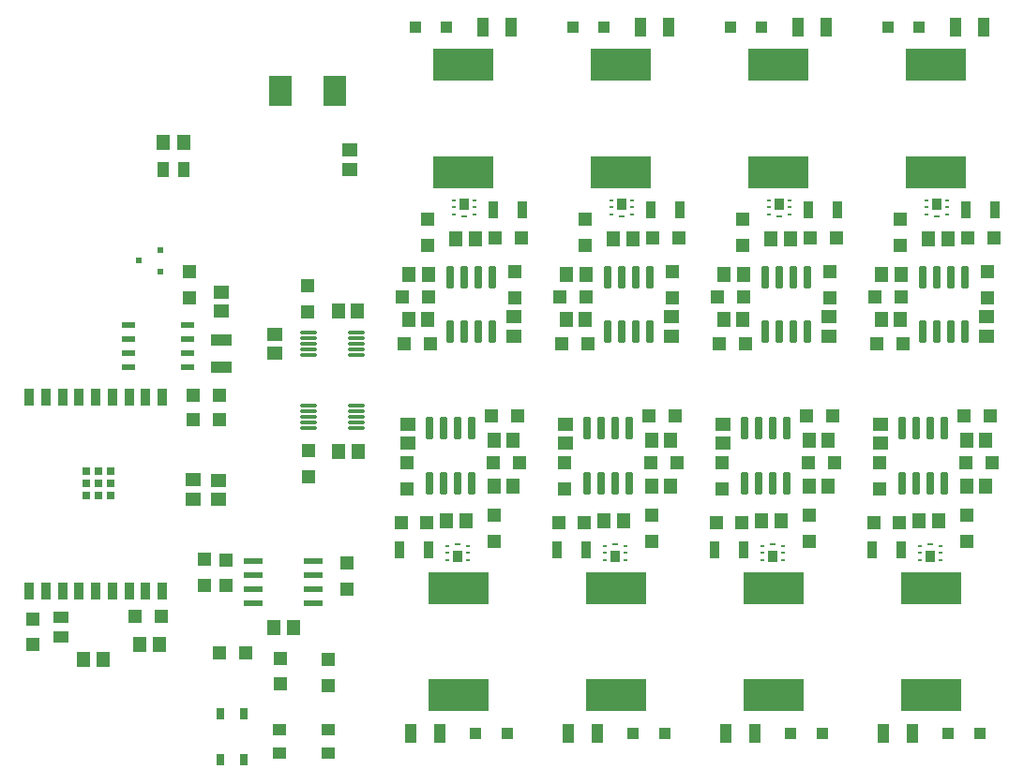
<source format=gbr>
G04*
G04 #@! TF.GenerationSoftware,Altium Limited,Altium Designer,24.0.1 (36)*
G04*
G04 Layer_Color=8421504*
%FSLAX25Y25*%
%MOIN*%
G70*
G04*
G04 #@! TF.SameCoordinates,A2E01C4A-C41F-4235-85C4-DC12FCC8AE1E*
G04*
G04*
G04 #@! TF.FilePolarity,Positive*
G04*
G01*
G75*
%ADD17R,0.02205X0.00984*%
%ADD18R,0.03543X0.04134*%
%ADD19R,0.01299X0.00984*%
%ADD20R,0.01299X0.00984*%
%ADD21R,0.04331X0.04331*%
%ADD22R,0.02362X0.01968*%
G04:AMPARAMS|DCode=23|XSize=77.56mil|YSize=23.62mil|CornerRadius=2.95mil|HoleSize=0mil|Usage=FLASHONLY|Rotation=90.000|XOffset=0mil|YOffset=0mil|HoleType=Round|Shape=RoundedRectangle|*
%AMROUNDEDRECTD23*
21,1,0.07756,0.01772,0,0,90.0*
21,1,0.07165,0.02362,0,0,90.0*
1,1,0.00591,0.00886,0.03583*
1,1,0.00591,0.00886,-0.03583*
1,1,0.00591,-0.00886,-0.03583*
1,1,0.00591,-0.00886,0.03583*
%
%ADD23ROUNDEDRECTD23*%
%ADD24R,0.04528X0.04528*%
%ADD25R,0.03764X0.06338*%
%ADD26R,0.04528X0.04528*%
%ADD27R,0.21260X0.11417*%
%ADD28R,0.04567X0.05787*%
%ADD29R,0.04353X0.06528*%
%ADD30R,0.05787X0.04567*%
G04:AMPARAMS|DCode=31|XSize=57.87mil|YSize=11.02mil|CornerRadius=1.38mil|HoleSize=0mil|Usage=FLASHONLY|Rotation=0.000|XOffset=0mil|YOffset=0mil|HoleType=Round|Shape=RoundedRectangle|*
%AMROUNDEDRECTD31*
21,1,0.05787,0.00827,0,0,0.0*
21,1,0.05512,0.01102,0,0,0.0*
1,1,0.00276,0.02756,-0.00413*
1,1,0.00276,-0.02756,-0.00413*
1,1,0.00276,-0.02756,0.00413*
1,1,0.00276,0.02756,0.00413*
%
%ADD31ROUNDEDRECTD31*%
%ADD32R,0.03543X0.05906*%
%ADD33R,0.02756X0.02756*%
%ADD34R,0.04685X0.05787*%
%ADD35R,0.04252X0.05591*%
%ADD36R,0.08465X0.11024*%
%ADD37R,0.05591X0.04252*%
%ADD38R,0.06634X0.02134*%
%ADD39R,0.05787X0.04685*%
%ADD40R,0.07480X0.04331*%
%ADD41R,0.05118X0.04331*%
%ADD42R,0.02559X0.04134*%
%ADD43R,0.05118X0.02362*%
D17*
X362444Y405933D02*
D03*
X530444D02*
D03*
X359880Y289103D02*
D03*
X418444Y405933D02*
D03*
X474444Y405933D02*
D03*
X527880Y289103D02*
D03*
X471880D02*
D03*
X415880D02*
D03*
D18*
X362445Y410107D02*
D03*
X530444Y410107D02*
D03*
X359880Y284935D02*
D03*
X418444Y410107D02*
D03*
X474444Y410108D02*
D03*
X527880Y284925D02*
D03*
X471880Y284927D02*
D03*
X415880Y284929D02*
D03*
D19*
X366126Y406426D02*
D03*
Y411544D02*
D03*
X358763Y406426D02*
D03*
Y411544D02*
D03*
X526763D02*
D03*
Y406426D02*
D03*
X534126Y411544D02*
D03*
Y406426D02*
D03*
X363562Y283492D02*
D03*
Y288610D02*
D03*
X356199Y283492D02*
D03*
Y288610D02*
D03*
X422126Y406426D02*
D03*
Y411544D02*
D03*
X414763Y406426D02*
D03*
Y411544D02*
D03*
X478126Y406426D02*
D03*
Y411544D02*
D03*
X470763Y406426D02*
D03*
Y411544D02*
D03*
X524199Y288610D02*
D03*
Y283492D02*
D03*
X531562Y288610D02*
D03*
Y283492D02*
D03*
X468199Y288610D02*
D03*
Y283492D02*
D03*
X475562Y288610D02*
D03*
Y283492D02*
D03*
X412199Y288610D02*
D03*
Y283492D02*
D03*
X419561Y288610D02*
D03*
Y283492D02*
D03*
D20*
X366126Y408985D02*
D03*
X358763Y408985D02*
D03*
X526763Y408985D02*
D03*
X534126D02*
D03*
X363561Y286052D02*
D03*
X356199Y286051D02*
D03*
X422126Y408985D02*
D03*
X414763Y408985D02*
D03*
X478126Y408985D02*
D03*
X470763Y408985D02*
D03*
X524199Y286051D02*
D03*
X531562Y286051D02*
D03*
X468199Y286051D02*
D03*
X475561Y286051D02*
D03*
X412199Y286051D02*
D03*
X419561D02*
D03*
D21*
X344837Y473105D02*
D03*
X355861Y473105D02*
D03*
X523861D02*
D03*
X512837Y473105D02*
D03*
X366464Y221931D02*
D03*
X377488Y221931D02*
D03*
X400837Y473105D02*
D03*
X411861D02*
D03*
X456837Y473105D02*
D03*
X467861Y473105D02*
D03*
X545488Y221931D02*
D03*
X534464Y221931D02*
D03*
X489488Y221931D02*
D03*
X478464Y221931D02*
D03*
X433488Y221931D02*
D03*
X422464Y221931D02*
D03*
D22*
X254437Y393740D02*
D03*
Y386260D02*
D03*
X246563Y390000D02*
D03*
D23*
X357365Y364635D02*
D03*
X362365D02*
D03*
X367365D02*
D03*
X372365D02*
D03*
Y384084D02*
D03*
X367365D02*
D03*
X362365D02*
D03*
X357365D02*
D03*
X525365Y364635D02*
D03*
X530365D02*
D03*
X535365D02*
D03*
X540365D02*
D03*
Y384084D02*
D03*
X535365D02*
D03*
X530365D02*
D03*
X525365D02*
D03*
X364960Y330400D02*
D03*
X359960D02*
D03*
X354960D02*
D03*
X349960D02*
D03*
Y310952D02*
D03*
X354960D02*
D03*
X359960D02*
D03*
X364960D02*
D03*
X413365Y384084D02*
D03*
X418365D02*
D03*
X423365D02*
D03*
X428365D02*
D03*
Y364635D02*
D03*
X423365D02*
D03*
X418365D02*
D03*
X413365D02*
D03*
X469365Y384084D02*
D03*
X474365D02*
D03*
X479365D02*
D03*
X484365D02*
D03*
Y364635D02*
D03*
X479365D02*
D03*
X474365D02*
D03*
X469365D02*
D03*
X532960Y310952D02*
D03*
X527960D02*
D03*
X522960D02*
D03*
X517960D02*
D03*
Y330400D02*
D03*
X522960D02*
D03*
X527960D02*
D03*
X532960D02*
D03*
X476960Y310952D02*
D03*
X471960D02*
D03*
X466960D02*
D03*
X461960D02*
D03*
Y330400D02*
D03*
X466960D02*
D03*
X471960D02*
D03*
X476960D02*
D03*
X420960Y310952D02*
D03*
X415960D02*
D03*
X410960D02*
D03*
X405960D02*
D03*
Y330400D02*
D03*
X410960D02*
D03*
X415960D02*
D03*
X420960D02*
D03*
D24*
X350299Y360308D02*
D03*
X341047D02*
D03*
X373240Y398179D02*
D03*
X382492D02*
D03*
X340261Y376984D02*
D03*
X349513D02*
D03*
X509047Y360308D02*
D03*
X518299D02*
D03*
X550492Y398179D02*
D03*
X541240D02*
D03*
X517513Y376984D02*
D03*
X508261D02*
D03*
X381278Y334728D02*
D03*
X372026D02*
D03*
X339833Y296857D02*
D03*
X349085D02*
D03*
X372812Y318052D02*
D03*
X382064D02*
D03*
X254500Y263500D02*
D03*
X245248D02*
D03*
X406299Y360308D02*
D03*
X397047D02*
D03*
X396261Y376984D02*
D03*
X405513D02*
D03*
X429240Y398179D02*
D03*
X438492D02*
D03*
X462299Y360308D02*
D03*
X453047D02*
D03*
X452261Y376984D02*
D03*
X461513D02*
D03*
X485240Y398179D02*
D03*
X494492D02*
D03*
X540026Y334728D02*
D03*
X549278D02*
D03*
X550064Y318052D02*
D03*
X540812D02*
D03*
X517085Y296857D02*
D03*
X507833D02*
D03*
X484026Y334728D02*
D03*
X493278D02*
D03*
X494064Y318052D02*
D03*
X484812D02*
D03*
X461085Y296857D02*
D03*
X451833D02*
D03*
X428026Y334728D02*
D03*
X437278D02*
D03*
X438064Y318052D02*
D03*
X428812D02*
D03*
X405085Y296857D02*
D03*
X395833D02*
D03*
X265992Y333468D02*
D03*
X275244D02*
D03*
X265940Y342064D02*
D03*
X275192D02*
D03*
X284626Y250500D02*
D03*
X275374D02*
D03*
D25*
X382915Y407968D02*
D03*
X372670D02*
D03*
X540670D02*
D03*
X550915D02*
D03*
X405655Y287068D02*
D03*
X395410D02*
D03*
X349655D02*
D03*
X339410D02*
D03*
X428670Y407968D02*
D03*
X438915D02*
D03*
X494915D02*
D03*
X484670D02*
D03*
X507410Y287068D02*
D03*
X517655D02*
D03*
X451410D02*
D03*
X461655D02*
D03*
D26*
X349393Y395528D02*
D03*
Y404780D02*
D03*
X380431Y376839D02*
D03*
Y386091D02*
D03*
X517393Y404780D02*
D03*
Y395528D02*
D03*
X548431Y386091D02*
D03*
Y376839D02*
D03*
X372932Y290256D02*
D03*
Y299508D02*
D03*
X341894Y308945D02*
D03*
Y318197D02*
D03*
X306500Y381126D02*
D03*
Y371874D02*
D03*
X307000Y313248D02*
D03*
Y322500D02*
D03*
X436431Y376839D02*
D03*
Y386091D02*
D03*
X405393Y395528D02*
D03*
Y404780D02*
D03*
X492431Y376839D02*
D03*
Y386091D02*
D03*
X461393Y395528D02*
D03*
Y404780D02*
D03*
X509894Y318197D02*
D03*
Y308945D02*
D03*
X540932Y299508D02*
D03*
Y290256D02*
D03*
X453894Y318197D02*
D03*
Y308945D02*
D03*
X484932Y299508D02*
D03*
Y290256D02*
D03*
X397894Y318197D02*
D03*
Y308945D02*
D03*
X428932Y299508D02*
D03*
Y290256D02*
D03*
X320500Y273248D02*
D03*
Y282500D02*
D03*
X277500Y283626D02*
D03*
Y274374D02*
D03*
X269935Y274526D02*
D03*
Y283778D02*
D03*
X264500Y386126D02*
D03*
Y376874D02*
D03*
X297000Y248626D02*
D03*
Y239374D02*
D03*
X314000Y248126D02*
D03*
Y238874D02*
D03*
X209000Y253374D02*
D03*
Y262626D02*
D03*
D27*
X361849Y421511D02*
D03*
Y459699D02*
D03*
X529849Y421511D02*
D03*
Y459699D02*
D03*
X360476Y235336D02*
D03*
Y273526D02*
D03*
X417849Y421511D02*
D03*
Y459699D02*
D03*
X473849Y421511D02*
D03*
Y459699D02*
D03*
X528476Y273526D02*
D03*
Y235336D02*
D03*
X472476Y273526D02*
D03*
Y235336D02*
D03*
X416476Y273526D02*
D03*
Y235336D02*
D03*
D28*
X342566Y385076D02*
D03*
X349495D02*
D03*
X342535Y368974D02*
D03*
X349464D02*
D03*
X366343Y397736D02*
D03*
X359414D02*
D03*
X517495Y385076D02*
D03*
X510566D02*
D03*
X517464Y368974D02*
D03*
X510535D02*
D03*
X527414Y397736D02*
D03*
X534343D02*
D03*
X372830Y309960D02*
D03*
X379759D02*
D03*
X372861Y326062D02*
D03*
X379790D02*
D03*
X362911Y297300D02*
D03*
X355982D02*
D03*
X227060Y248292D02*
D03*
X233989D02*
D03*
X398566Y385076D02*
D03*
X405495D02*
D03*
X398535Y368974D02*
D03*
X405464D02*
D03*
X422343Y397736D02*
D03*
X415414D02*
D03*
X454566Y385076D02*
D03*
X461495D02*
D03*
X454535Y368974D02*
D03*
X461464D02*
D03*
X478343Y397736D02*
D03*
X471414D02*
D03*
X547759Y309960D02*
D03*
X540830D02*
D03*
X547790Y326062D02*
D03*
X540861D02*
D03*
X523982Y297300D02*
D03*
X530911D02*
D03*
X491759Y309960D02*
D03*
X484830D02*
D03*
X491790Y326062D02*
D03*
X484861D02*
D03*
X467982Y297300D02*
D03*
X474911D02*
D03*
X435759Y309960D02*
D03*
X428830D02*
D03*
X435790Y326062D02*
D03*
X428861D02*
D03*
X411982Y297300D02*
D03*
X418911D02*
D03*
X317571Y322000D02*
D03*
X324500D02*
D03*
X294571Y259500D02*
D03*
X301500D02*
D03*
X317535Y372000D02*
D03*
X324465D02*
D03*
X253929Y253500D02*
D03*
X247000D02*
D03*
D29*
X378873Y473105D02*
D03*
X368824D02*
D03*
X536824D02*
D03*
X546874D02*
D03*
X353501Y221931D02*
D03*
X343451D02*
D03*
X424824Y473105D02*
D03*
X434873D02*
D03*
X490873D02*
D03*
X480824D02*
D03*
X511451Y221931D02*
D03*
X521501D02*
D03*
X455451D02*
D03*
X465501D02*
D03*
X399451D02*
D03*
X409501D02*
D03*
D30*
X379995Y363080D02*
D03*
Y370010D02*
D03*
X547995D02*
D03*
Y363080D02*
D03*
X342330Y325026D02*
D03*
Y331956D02*
D03*
X295052Y356998D02*
D03*
Y363927D02*
D03*
X276000Y372035D02*
D03*
Y378965D02*
D03*
X275000Y311965D02*
D03*
Y305035D02*
D03*
X435995Y363080D02*
D03*
Y370010D02*
D03*
X491995Y363080D02*
D03*
Y370010D02*
D03*
X510330Y331956D02*
D03*
Y325026D02*
D03*
X454330Y331956D02*
D03*
Y325026D02*
D03*
X398330Y331956D02*
D03*
Y325026D02*
D03*
X321500Y422535D02*
D03*
Y429465D02*
D03*
D31*
X307035Y338437D02*
D03*
Y336469D02*
D03*
Y334500D02*
D03*
Y332531D02*
D03*
Y330563D02*
D03*
X323965D02*
D03*
Y332531D02*
D03*
Y334500D02*
D03*
Y336469D02*
D03*
Y338437D02*
D03*
Y364437D02*
D03*
Y362469D02*
D03*
Y360500D02*
D03*
Y358531D02*
D03*
Y356563D02*
D03*
X307035D02*
D03*
Y358531D02*
D03*
Y360500D02*
D03*
Y362469D02*
D03*
Y364437D02*
D03*
D32*
X207760Y272602D02*
D03*
X213665D02*
D03*
X219571D02*
D03*
X225476D02*
D03*
X231382D02*
D03*
X237287D02*
D03*
X243193D02*
D03*
X249098D02*
D03*
X255004D02*
D03*
Y341500D02*
D03*
X249098D02*
D03*
X243193D02*
D03*
X237287D02*
D03*
X231382D02*
D03*
X225476D02*
D03*
X219571D02*
D03*
X213665D02*
D03*
X207760D02*
D03*
D33*
X232169Y310831D02*
D03*
Y315161D02*
D03*
Y306500D02*
D03*
X227839D02*
D03*
Y310831D02*
D03*
Y315161D02*
D03*
X236500D02*
D03*
Y310831D02*
D03*
Y306500D02*
D03*
D34*
X262583Y432000D02*
D03*
X255417D02*
D03*
D35*
X262524Y422500D02*
D03*
X255476D02*
D03*
D36*
X296835Y450500D02*
D03*
X316165D02*
D03*
D37*
X219000Y263047D02*
D03*
Y256000D02*
D03*
D38*
X308575Y268000D02*
D03*
Y273000D02*
D03*
Y278000D02*
D03*
Y283000D02*
D03*
X287425D02*
D03*
Y278000D02*
D03*
Y273000D02*
D03*
Y268000D02*
D03*
D39*
X266000Y312165D02*
D03*
Y305000D02*
D03*
D40*
X276000Y352079D02*
D03*
Y361921D02*
D03*
D41*
X296500Y223134D02*
D03*
Y214866D02*
D03*
X314000Y223134D02*
D03*
Y214866D02*
D03*
D42*
X284021Y228854D02*
D03*
X275556D02*
D03*
X284021Y212516D02*
D03*
X275556D02*
D03*
D43*
X243067Y352000D02*
D03*
Y357000D02*
D03*
Y362000D02*
D03*
Y367000D02*
D03*
X263933D02*
D03*
Y362000D02*
D03*
Y357000D02*
D03*
Y352000D02*
D03*
M02*

</source>
